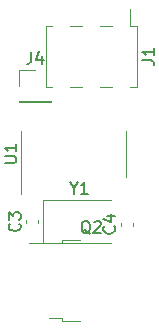
<source format=gbr>
%TF.GenerationSoftware,KiCad,Pcbnew,(6.0.9)*%
%TF.CreationDate,2022-11-21T17:19:20+00:00*%
%TF.ProjectId,DLSB-DRIVERBOARD-V1,444c5342-2d44-4524-9956-4552424f4152,rev?*%
%TF.SameCoordinates,Original*%
%TF.FileFunction,Legend,Top*%
%TF.FilePolarity,Positive*%
%FSLAX46Y46*%
G04 Gerber Fmt 4.6, Leading zero omitted, Abs format (unit mm)*
G04 Created by KiCad (PCBNEW (6.0.9)) date 2022-11-21 17:19:20*
%MOMM*%
%LPD*%
G01*
G04 APERTURE LIST*
%ADD10C,0.150000*%
%ADD11C,0.120000*%
G04 APERTURE END LIST*
D10*
%TO.C,J4*%
X-5083333Y9377619D02*
X-5083333Y8663333D01*
X-5130952Y8520476D01*
X-5226190Y8425238D01*
X-5369047Y8377619D01*
X-5464285Y8377619D01*
X-4178571Y9044285D02*
X-4178571Y8377619D01*
X-4416666Y9425238D02*
X-4654761Y8710952D01*
X-4035714Y8710952D01*
%TO.C,C4*%
X1927142Y-5391666D02*
X1974761Y-5439285D01*
X2022380Y-5582142D01*
X2022380Y-5677380D01*
X1974761Y-5820238D01*
X1879523Y-5915476D01*
X1784285Y-5963095D01*
X1593809Y-6010714D01*
X1450952Y-6010714D01*
X1260476Y-5963095D01*
X1165238Y-5915476D01*
X1070000Y-5820238D01*
X1022380Y-5677380D01*
X1022380Y-5582142D01*
X1070000Y-5439285D01*
X1117619Y-5391666D01*
X1355714Y-4534523D02*
X2022380Y-4534523D01*
X974761Y-4772619D02*
X1689047Y-5010714D01*
X1689047Y-4391666D01*
%TO.C,C3*%
X-6072857Y-5166666D02*
X-6025238Y-5214285D01*
X-5977619Y-5357142D01*
X-5977619Y-5452380D01*
X-6025238Y-5595238D01*
X-6120476Y-5690476D01*
X-6215714Y-5738095D01*
X-6406190Y-5785714D01*
X-6549047Y-5785714D01*
X-6739523Y-5738095D01*
X-6834761Y-5690476D01*
X-6930000Y-5595238D01*
X-6977619Y-5452380D01*
X-6977619Y-5357142D01*
X-6930000Y-5214285D01*
X-6882380Y-5166666D01*
X-6977619Y-4833333D02*
X-6977619Y-4214285D01*
X-6596666Y-4547619D01*
X-6596666Y-4404761D01*
X-6549047Y-4309523D01*
X-6501428Y-4261904D01*
X-6406190Y-4214285D01*
X-6168095Y-4214285D01*
X-6072857Y-4261904D01*
X-6025238Y-4309523D01*
X-5977619Y-4404761D01*
X-5977619Y-4690476D01*
X-6025238Y-4785714D01*
X-6072857Y-4833333D01*
%TO.C,J1*%
X4322380Y8666666D02*
X5036666Y8666666D01*
X5179523Y8619047D01*
X5274761Y8523809D01*
X5322380Y8380952D01*
X5322380Y8285714D01*
X5322380Y9666666D02*
X5322380Y9095238D01*
X5322380Y9380952D02*
X4322380Y9380952D01*
X4465238Y9285714D01*
X4560476Y9190476D01*
X4608095Y9095238D01*
%TO.C,U1*%
X-7327619Y-11904D02*
X-6518095Y-11904D01*
X-6422857Y35714D01*
X-6375238Y83333D01*
X-6327619Y178571D01*
X-6327619Y369047D01*
X-6375238Y464285D01*
X-6422857Y511904D01*
X-6518095Y559523D01*
X-7327619Y559523D01*
X-6327619Y1559523D02*
X-6327619Y988095D01*
X-6327619Y1273809D02*
X-7327619Y1273809D01*
X-7184761Y1178571D01*
X-7089523Y1083333D01*
X-7041904Y988095D01*
%TO.C,Q2*%
X-95238Y-6047619D02*
X-190476Y-6000000D01*
X-285714Y-5904761D01*
X-428571Y-5761904D01*
X-523809Y-5714285D01*
X-619047Y-5714285D01*
X-571428Y-5952380D02*
X-666666Y-5904761D01*
X-761904Y-5809523D01*
X-809523Y-5619047D01*
X-809523Y-5285714D01*
X-761904Y-5095238D01*
X-666666Y-5000000D01*
X-571428Y-4952380D01*
X-380952Y-4952380D01*
X-285714Y-5000000D01*
X-190476Y-5095238D01*
X-142857Y-5285714D01*
X-142857Y-5619047D01*
X-190476Y-5809523D01*
X-285714Y-5904761D01*
X-380952Y-5952380D01*
X-571428Y-5952380D01*
X238095Y-5047619D02*
X285714Y-5000000D01*
X380952Y-4952380D01*
X619047Y-4952380D01*
X714285Y-5000000D01*
X761904Y-5047619D01*
X809523Y-5142857D01*
X809523Y-5238095D01*
X761904Y-5380952D01*
X190476Y-5952380D01*
X809523Y-5952380D01*
%TO.C,Y1*%
X-1476190Y-2176190D02*
X-1476190Y-2652380D01*
X-1809523Y-1652380D02*
X-1476190Y-2176190D01*
X-1142857Y-1652380D01*
X-285714Y-2652380D02*
X-857142Y-2652380D01*
X-571428Y-2652380D02*
X-571428Y-1652380D01*
X-666666Y-1795238D01*
X-761904Y-1890476D01*
X-857142Y-1938095D01*
D11*
%TO.C,J4*%
X-6080000Y7830000D02*
X-4750000Y7830000D01*
X-6080000Y5230000D02*
X-3420000Y5230000D01*
X-6080000Y5170000D02*
X-3420000Y5170000D01*
X-3420000Y5230000D02*
X-3420000Y5170000D01*
X-6080000Y5230000D02*
X-6080000Y5170000D01*
X-6080000Y6500000D02*
X-6080000Y7830000D01*
%TO.C,C4*%
X3510000Y-5365580D02*
X3510000Y-5084420D01*
X2490000Y-5365580D02*
X2490000Y-5084420D01*
%TO.C,C3*%
X-5510000Y-5140580D02*
X-5510000Y-4859420D01*
X-4490000Y-5140580D02*
X-4490000Y-4859420D01*
%TO.C,J1*%
X-3870000Y11600000D02*
X-3870000Y6400000D01*
X-760000Y11600000D02*
X-1780000Y11600000D01*
X3300000Y13040000D02*
X3300000Y11600000D01*
X1780000Y11600000D02*
X760000Y11600000D01*
X-3300000Y11600000D02*
X-3870000Y11600000D01*
X3870000Y6400000D02*
X3300000Y6400000D01*
X-760000Y6400000D02*
X-1780000Y6400000D01*
X1780000Y6400000D02*
X760000Y6400000D01*
X3870000Y11600000D02*
X3300000Y11600000D01*
X3870000Y11600000D02*
X3870000Y6400000D01*
X-3300000Y6400000D02*
X-3870000Y6400000D01*
%TO.C,U1*%
X2935000Y750000D02*
X2935000Y2700000D01*
X2935000Y750000D02*
X2935000Y-1200000D01*
X-5935000Y750000D02*
X-5935000Y2700000D01*
X-5935000Y750000D02*
X-5935000Y-2700000D01*
%TO.C,Q2*%
X-2470000Y-6550000D02*
X-2470000Y-6820000D01*
X-970000Y-6550000D02*
X-2470000Y-6550000D01*
X-970000Y-13450000D02*
X-2470000Y-13450000D01*
X-2470000Y-6820000D02*
X-5300000Y-6820000D01*
X-2470000Y-13450000D02*
X-2470000Y-13180000D01*
X-2470000Y-13180000D02*
X-3570000Y-13180000D01*
%TO.C,Y1*%
X1700000Y-3200000D02*
X-4050000Y-3200000D01*
X-4050000Y-3200000D02*
X-4050000Y-6800000D01*
X-4050000Y-6800000D02*
X1700000Y-6800000D01*
%TD*%
M02*

</source>
